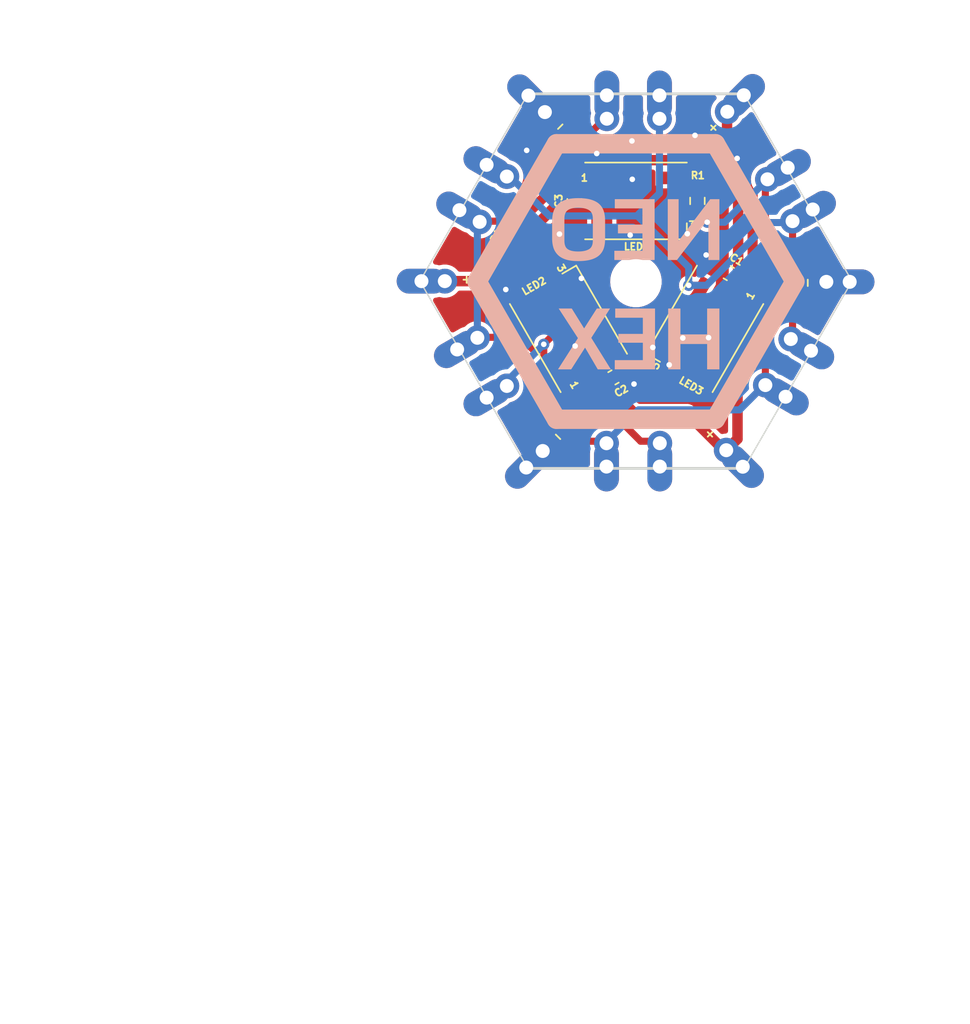
<source format=kicad_pcb>
(kicad_pcb (version 20221018) (generator pcbnew)
  (title_block (title "Ws2812 PCB") (date "2024-03-06") (rev "1") (company "Circuit2PCB") (comment 1 "Designed By Engr. Ahsan Mehmood Awan") (comment 2 "engrahsanmehmoodawan@gmail.com") (comment 3 "WahtsApp +923491540717") (comment 4 "https://www.fiverr.com/pcbdesign_engr"))
  (layers (0 "F.Cu" signal) (31 "B.Cu" signal) (34 "B.Paste" user) (35 "F.Paste" user) (36 "B.SilkS" user "B.Silkscreen") (37 "F.SilkS" user "F.Silkscreen") (38 "B.Mask" user) (39 "F.Mask" user) (44 "Edge.Cuts" user))
  (net 0 "")
  (net 1 "VCC")
  (net 2 "GND")
  (net 3 "DOUT")
  (net 4 "DIN")
  (net 5 "Net-(LED1-DOUT)")
  (net 6 "Net-(LED1-DIN)")
  (net 7 "Net-(LED2-DOUT)")
  (footprint "Ahsan Libs:1X01_CASTEL" (layer "F.Cu") (at 130.495 72.45 120)
    (fp_text reference "J11" hide)
    (fp_text value "Din" (at 0.760946 -1.667996 120) (layer "F.SilkS" knockout) (effects (font (size 0.6 0.6) (thickness 0.125)) (justify left)))
    (pad "1" thru_hole circle (at 0 0 210) (size 1.778 1.778) (drill 1) (layers "*.Cu" "*.Mask") (net 4 "DIN"))
    (pad "1" thru_hole oval (at 0 1.675 210) (size 3.556 1.778) (drill 1) (layers "*.Cu" "*.Mask") (net 4 "DIN"))
  )
  (footprint "Ahsan Libs:1X01_CASTEL" (layer "F.Cu") (at 118.945 91.368)
    (fp_text reference "J13" hide)
    (fp_text value "Din" (at -0.841785 -1.543) (layer "F.SilkS" knockout) (effects (font (size 0.6 0.6) (thickness 0.125)) (justify left)))
    (pad "1" thru_hole circle (at 0 0 90) (size 1.778 1.778) (drill 1) (layers "*.Cu" "*.Mask") (net 4 "DIN"))
    (pad "1" thru_hole oval (at 0 1.675 90) (size 3.556 1.778) (drill 1) (layers "*.Cu" "*.Mask") (net 4 "DIN"))
  )
  (footprint "Ahsan Libs:LED_WS2812B_PLCC4_5.0x5.0mm_P3.2mm" (layer "F.Cu") (at 121.059315 74)
    (fp_text reference "LED1" (at 0.060685 3.275) (layer "F.SilkS") (effects (font (size 0.5 0.5) (thickness 0.125))))
    (fp_text value "WS2812B")
    (fp_text user "1" (at -3.7 -1.65) (layer "F.SilkS") (effects (font (size 0.5 0.5) (thickness 0.125))))
    (fp_text user "3" (at 4.025 1.725) (layer "F.SilkS") (effects (font (size 0.5 0.5) (thickness 0.125))))
    (fp_line (start -3.65 -2.75) (end 3.65 -2.75) (stroke (width 0.12)) (layer "F.SilkS"))
    (fp_line (start -3.65 2.75) (end 3.65 2.75) (stroke (width 0.12)) (layer "F.SilkS"))
    (fp_line (start 3.65 2.75) (end 3.65 1.6) (stroke (width 0.12)) (layer "F.SilkS"))
    (pad "1" smd rect (at -2.45 -1.65) (size 1.5 0.9) (layers "F.Cu" "F.Paste" "F.Mask") (net 1 "VCC"))
    (pad "2" smd rect (at -2.45 1.65) (size 1.5 0.9) (layers "F.Cu" "F.Paste" "F.Mask") (net 5 "Net-(LED1-DOUT)"))
    (pad "3" smd rect (at 2.45 1.65) (size 1.5 0.9) (layers "F.Cu" "F.Paste" "F.Mask") (net 2 "GND"))
    (pad "4" smd rect (at 2.45 -1.65) (size 1.5 0.9) (layers "F.Cu" "F.Paste" "F.Mask") (net 6 "Net-(LED1-DIN)"))
  )
  (footprint "Ahsan Libs:1X01_CASTEL" (layer "F.Cu") (at 130.345 87.2 60)
    (fp_text reference "J12" hide)
    (fp_text value "Din" (at -0.75 -1.5 60) (layer "F.SilkS" knockout) (effects (font (size 0.6 0.6) (thickness 0.125)) (justify left)))
    (pad "1" thru_hole circle (at 0 0 150) (size 1.778 1.778) (drill 1) (layers "*.Cu" "*.Mask") (net 4 "DIN"))
    (pad "1" thru_hole oval (at 0 1.675 150) (size 3.556 1.778) (drill 1) (layers "*.Cu" "*.Mask") (net 4 "DIN"))
  )
  (footprint "Ahsan Libs:1X01_CASTEL" (layer "F.Cu") (at 107.345 79.75 -90)
    (fp_text reference "J4" hide)
    (fp_text value "+" (at 0.35 -1.525 -90) (layer "F.SilkS" knockout) (effects (font (size 0.6 0.6) (thickness 0.125)) (justify left)))
    (pad "1" thru_hole circle (at 0 0) (size 1.778 1.778) (drill 1) (layers "*.Cu" "*.Mask") (net 1 "VCC"))
    (pad "1" thru_hole oval (at 0 1.675) (size 3.556 1.778) (drill 1) (layers "*.Cu" "*.Mask") (net 1 "VCC"))
  )
  (footprint "Ahsan Libs:1X01_CASTEL" (layer "F.Cu") (at 114.37 91.925 -45)
    (fp_text reference "J2" hide)
    (fp_text value "-" (at 0.512652 -1.537957 135) (layer "F.SilkS" knockout) (effects (font (size 0.6 0.6) (thickness 0.125)) (justify right)))
    (pad "1" thru_hole circle (at 0 0 45) (size 1.778 1.778) (drill 1) (layers "*.Cu" "*.Mask") (net 2 "GND"))
    (pad "1" thru_hole oval (at 0 1.675 45) (size 3.556 1.778) (drill 1) (layers "*.Cu" "*.Mask") (net 2 "GND"))
  )
  (footprint "Ahsan Libs:1X01_CASTEL" (layer "F.Cu") (at 122.77 91.368)
    (fp_text reference "J16" hide)
    (fp_text value "Dout" (at -1.1 -1.543) (layer "F.SilkS" knockout) (effects (font (size 0.6 0.6) (thickness 0.125)) (justify left)))
    (pad "1" thru_hole circle (at 0 0 90) (size 1.778 1.778) (drill 1) (layers "*.Cu" "*.Mask") (net 3 "DOUT"))
    (pad "1" thru_hole oval (at 0 1.675 90) (size 3.556 1.778) (drill 1) (layers "*.Cu" "*.Mask") (net 3 "DOUT"))
  )
  (footprint "MountingHole:MountingHole_3.2mm_M3_DIN965" (layer "F.Cu") (at 121.059315 79.775)
    (fp_text reference "REF**" hide)
    (fp_text value "MountingHole_3.2mm_M3_DIN965" hide)
    (pad "" np_thru_hole circle locked (at 0 0) (size 3.2 3.2) (drill 3.2) (layers "*.Cu" "*.Mask"))
  )
  (footprint "Ahsan Libs:1X01_CASTEL" (layer "F.Cu") (at 122.745 68.107 180)
    (fp_text reference "J9" hide)
    (fp_text value "Dout" (at 1.025 -1.575 180) (layer "F.SilkS" knockout) (effects (font (size 0.6 0.6) (thickness 0.125)) (justify left)))
    (pad "1" thru_hole circle (at 0 0 270) (size 1.778 1.778) (drill 1) (layers "*.Cu" "*.Mask") (net 3 "DOUT"))
    (pad "1" thru_hole oval (at 0 1.675 270) (size 3.556 1.778) (drill 1) (layers "*.Cu" "*.Mask") (net 3 "DOUT"))
  )
  (footprint "Ahsan Libs:1X01_CASTEL" (layer "F.Cu") (at 111.795 72.25 -120)
    (fp_text reference "J18" hide)
    (fp_text value "Dout" (at -1.095753 -1.6479 60) (layer "F.SilkS" knockout) (effects (font (size 0.6 0.6) (thickness 0.125)) (justify right)))
    (pad "1" thru_hole circle (at 0 0 330) (size 1.778 1.778) (drill 1) (layers "*.Cu" "*.Mask") (net 3 "DOUT"))
    (pad "1" thru_hole oval (at 0 1.675 330) (size 3.556 1.778) (drill 1) (layers "*.Cu" "*.Mask") (net 3 "DOUT"))
  )
  (footprint "Ahsan Libs:1X01_CASTEL" (layer "F.Cu") (at 118.97 68.107 180)
    (fp_text reference "J10" hide)
    (fp_text value "Din" (at 0.825 -1.6 180) (layer "F.SilkS" knockout) (effects (font (size 0.6 0.6) (thickness 0.125)) (justify left)))
    (pad "1" thru_hole circle (at 0 0 270) (size 1.778 1.778) (drill 1) (layers "*.Cu" "*.Mask") (net 4 "DIN"))
    (pad "1" thru_hole oval (at 0 1.675 270) (size 3.556 1.778) (drill 1) (layers "*.Cu" "*.Mask") (net 4 "DIN"))
  )
  (footprint "Ahsan Libs:1X01_CASTEL" (layer "F.Cu") (at 127.613489 67.606511 135)
    (fp_text reference "J6" hide)
    (fp_text value "+" (at 0.35 -1.475 135) (layer "F.SilkS" knockout) (effects (font (size 0.6 0.6) (thickness 0.125)) (justify left)))
    (pad "1" thru_hole circle (at 0 0 225) (size 1.778 1.778) (drill 1) (layers "*.Cu" "*.Mask") (net 1 "VCC"))
    (pad "1" thru_hole oval (at 0 1.675 225) (size 3.556 1.778) (drill 1) (layers "*.Cu" "*.Mask") (net 1 "VCC"))
  )
  (footprint "Ahsan Libs:1X01_CASTEL" (layer "F.Cu") (at 111.795593 87.2625 -60)
    (fp_text reference "J8" hide)
    (fp_text value "Dout" (at 1.069383 -1.633572 120) (layer "F.SilkS" knockout) (effects (font (size 0.6 0.6) (thickness 0.125)) (justify right)))
    (pad "1" thru_hole circle (at 0 0 30) (size 1.778 1.778) (drill 1) (layers "*.Cu" "*.Mask") (net 3 "DOUT"))
    (pad "1" thru_hole oval (at 0 1.675 30) (size 3.556 1.778) (drill 1) (layers "*.Cu" "*.Mask") (net 3 "DOUT"))
  )
  (footprint "Ahsan Libs:C_0603_1608Metric" (layer "F.Cu") (at 127.72 79.175 150)
    (fp_text reference "C1" (at 0 1.125 150) (layer "F.SilkS") (effects (font (size 0.5 0.5))))
    (fp_text value "100nF")
    (fp_line (start -0.14058 -0.51) (end 0.14058 -0.51) (stroke (width 0.12)) (layer "F.SilkS"))
    (fp_line (start -0.14058 0.51) (end 0.14058 0.51) (stroke (width 0.12)) (layer "F.SilkS"))
    (pad "1" smd roundrect (at -0.775 0 330) (size 0.9 0.95) (layers "F.Cu" "F.Paste" "F.Mask") (net 1 "VCC"))
    (pad "2" smd roundrect (at 0.775 0 330) (size 0.9 0.95) (layers "F.Cu" "F.Paste" "F.Mask") (net 2 "GND"))
  )
  (footprint "Ahsan Libs:1X01_CASTEL" (layer "F.Cu") (at 114.526511 67.631511 -135)
    (fp_text reference "J3" hide)
    (fp_text value "-" (at -0.494975 -1.475716 45) (layer "F.SilkS" knockout) (effects (font (size 0.6 0.6) (thickness 0.125)) (justify right)))
    (pad "1" thru_hole circle (at 0 0 315) (size 1.778 1.778) (drill 1) (layers "*.Cu" "*.Mask") (net 2 "GND"))
    (pad "1" thru_hole oval (at 0 1.675 315) (size 3.556 1.778) (drill 1) (layers "*.Cu" "*.Mask") (net 2 "GND"))
  )
  (footprint "Ahsan Libs:1X01_CASTEL" (layer "F.Cu") (at 134.72 79.8 90)
    (fp_text reference "J1" hide)
    (fp_text value "-" (at -0.525 -1.375 90) (layer "F.SilkS" knockout) (effects (font (size 0.6 0.6) (thickness 0.125)) (justify left)))
    (pad "1" thru_hole circle (at 0 0 180) (size 1.778 1.778) (drill 1) (layers "*.Cu" "*.Mask") (net 2 "GND"))
    (pad "1" thru_hole oval (at 0 1.675 180) (size 3.556 1.778) (drill 1) (layers "*.Cu" "*.Mask") (net 2 "GND"))
  )
  (footprint "Ahsan Libs:1X01_CASTEL" (layer "F.Cu") (at 132.295 75.45 120)
    (fp_text reference "J7" hide)
    (fp_text value "Dout" (at 1.149103 -1.790304 120) (layer "F.SilkS" knockout) (effects (font (size 0.6 0.6) (thickness 0.125)) (justify left)))
    (pad "1" thru_hole circle (at 0 0 210) (size 1.778 1.778) (drill 1) (layers "*.Cu" "*.Mask") (net 3 "DOUT"))
    (pad "1" thru_hole oval (at 0 1.675 210) (size 3.556 1.778) (drill 1) (layers "*.Cu" "*.Mask") (net 3 "DOUT"))
  )
  (footprint "Ahsan Libs:LED_WS2812B_PLCC4_5.0x5.0mm_P3.2mm" (layer "F.Cu") (at 125.995 83.171762 -120)
    (fp_text reference "LED3" (at 4.019358 -1.194744 -30) (layer "F.SilkS") (effects (font (size 0.5 0.5))))
    (fp_text value "WS2812B")
    (fp_text user "1" (at -3.7 -1.65 -120) (layer "F.SilkS") (effects (font (size 0.5 0.5) (thickness 0.125))))
    (fp_text user "3" (at 4.025 1.725 -120) (layer "F.SilkS") (effects (font (size 0.5 0.5) (thickness 0.125))))
    (fp_line (start -3.65 -2.75) (end 3.65 -2.75) (stroke (width 0.12)) (layer "F.SilkS"))
    (fp_line (start -3.65 2.75) (end 3.65 2.75) (stroke (width 0.12)) (layer "F.SilkS"))
    (fp_line (start 3.65 2.75) (end 3.65 1.6) (stroke (width 0.12)) (layer "F.SilkS"))
    (pad "1" smd rect (at -2.45 -1.65 240) (size 1.5 0.9) (layers "F.Cu" "F.Paste" "F.Mask") (net 1 "VCC"))
    (pad "2" smd rect (at -2.45 1.65 240) (size 1.5 0.9) (layers "F.Cu" "F.Paste" "F.Mask") (net 3 "DOUT"))
    (pad "3" smd rect (at 2.45 1.65 240) (size 1.5 0.9) (layers "F.Cu" "F.Paste" "F.Mask") (net 2 "GND"))
    (pad "4" smd rect (at 2.45 -1.65 240) (size 1.5 0.9) (layers "F.Cu" "F.Paste" "F.Mask") (net 7 "Net-(LED2-DOUT)"))
  )
  (footprint "Ahsan Libs:R_0603_1608Metric" (layer "F.Cu") (at 125.47 74 -90)
    (fp_text reference "R1" (at -1.825 -0.025) (layer "F.SilkS") (effects (font (size 0.5 0.5))))
    (fp_text value "470")
    (fp_line (start -0.237258 -0.5225) (end 0.237258 -0.5225) (stroke (width 0.12)) (layer "F.SilkS"))
    (fp_line (start -0.237258 0.5225) (end 0.237258 0.5225) (stroke (width 0.12)) (layer "F.SilkS"))
    (pad "1" smd roundrect (at -0.825 0 90) (size 0.8 0.95) (layers "F.Cu" "F.Paste" "F.Mask") (net 6 "Net-(LED1-DIN)"))
    (pad "2" smd roundrect (at 0.825 0 90) (size 0.8 0.95) (layers "F.Cu" "F.Paste" "F.Mask") (net 4 "DIN"))
  )
  (footprint "Ahsan Libs:1X01_CASTEL" (layer "F.Cu") (at 109.845 75.5 -120)
    (fp_text reference "J14" hide)
    (fp_text value "Din" (at -0.723446 -1.603044 60) (layer "F.SilkS" knockout) (effects (font (size 0.6 0.6) (thickness 0.125)) (justify right)))
    (pad "1" thru_hole circle (at 0 0 330) (size 1.778 1.778) (drill 1) (layers "*.Cu" "*.Mask") (net 4 "DIN"))
    (pad "1" thru_hole oval (at 0 1.675 330) (size 3.556 1.778) (drill 1) (layers "*.Cu" "*.Mask") (net 4 "DIN"))
  )
  (footprint "Ahsan Libs:1X01_CASTEL" (layer "F.Cu") (at 127.538489 91.868489 45)
    (fp_text reference "J5" hide)
    (fp_text value "+" (at -0.477297 -1.670171 45) (layer "F.SilkS" knockout) (effects (font (size 0.6 0.6) (thickness 0.125)) (justify left)))
    (pad "1" thru_hole circle (at 0 0 135) (size 1.778 1.778) (drill 1) (layers "*.Cu" "*.Mask") (net 1 "VCC"))
    (pad "1" thru_hole oval (at 0 1.675 135) (size 3.556 1.778) (drill 1) (layers "*.Cu" "*.Mask") (net 1 "VCC"))
  )
  (footprint "Ahsan Libs:LED_WS2812B_PLCC4_5.0x5.0mm_P3.2mm" (layer "F.Cu") (at 116.216058 83.171762 120)
    (fp_text reference "LED2" (at 3.895753 -0.604118 210) (layer "F.SilkS") (effects (font (size 0.5 0.5))))
    (fp_text value "WS2812B")
    (fp_text user "3" (at 4.025 1.725 120) (layer "F.SilkS") (effects (font (size 0.5 0.5) (thickness 0.125))))
    (fp_text user "1" (at -3.7 -1.65 120) (layer "F.SilkS") (effects (font (size 0.5 0.5) (thickness 0.125))))
    (fp_line (start -3.65 -2.75) (end 3.65 -2.75) (stroke (width 0.12)) (layer "F.SilkS"))
    (fp_line (start -3.65 2.75) (end 3.65 2.75) (stroke (width 0.12)) (layer "F.SilkS"))
    (fp_line (start 3.65 2.75) (end 3.65 1.6) (stroke (width 0.12)) (layer "F.SilkS"))
    (pad "1" smd rect (at -2.45 -1.65 120) (size 1.5 0.9) (layers "F.Cu" "F.Paste" "F.Mask") (net 1 "VCC"))
    (pad "2" smd rect (at -2.45 1.65 120) (size 1.5 0.9) (layers "F.Cu" "F.Paste" "F.Mask") (net 7 "Net-(LED2-DOUT)"))
    (pad "3" smd rect (at 2.45 1.65 120) (size 1.5 0.9) (layers "F.Cu" "F.Paste" "F.Mask") (net 2 "GND"))
    (pad "4" smd rect (at 2.45 -1.65 120) (size 1.5 0.9) (layers "F.Cu" "F.Paste" "F.Mask") (net 5 "Net-(LED1-DOUT)"))
  )
  (footprint "Ahsan Libs:1X01_CASTEL" (layer "F.Cu") (at 109.680245 83.809 -60)
    (fp_text reference "J15" hide)
    (fp_text value "Din" (at 0.847131 -1.635275 120) (layer "F.SilkS" knockout) (effects (font (size 0.6 0.6) (thickness 0.125)) (justify right)))
    (pad "1" thru_hole circle (at 0 0 30) (size 1.778 1.778) (drill 1) (layers "*.Cu" "*.Mask") (net 4 "DIN"))
    (pad "1" thru_hole oval (at 0 1.675 30) (size 3.556 1.778) (drill 1) (layers "*.Cu" "*.Mask") (net 4 "DIN"))
  )
  (footprint "Ahsan Libs:C_0603_1608Metric" (layer "F.Cu") (at 116.645 74 -90)
    (fp_text reference "C3" (at 0 1.125 90) (layer "F.SilkS") (effects (font (size 0.5 0.5))))
    (fp_text value "100nF")
    (fp_line (start -0.14058 -0.51) (end 0.14058 -0.51) (stroke (width 0.12)) (layer "F.SilkS"))
    (fp_line (start -0.14058 0.51) (end 0.14058 0.51) (stroke (width 0.12)) (layer "F.SilkS"))
    (pad "1" smd roundrect (at -0.775 0 90) (size 0.9 0.95) (layers "F.Cu" "F.Paste" "F.Mask") (net 1 "VCC"))
    (pad "2" smd roundrect (at 0.775 0 90) (size 0.9 0.95) (layers "F.Cu" "F.Paste" "F.Mask") (net 2 "GND"))
  )
  (footprint "Ahsan Libs:C_0603_1608Metric" (layer "F.Cu") (at 119.445 86.65 30)
    (fp_text reference "C2" (at 0 1.125 30) (layer "F.SilkS") (effects (font (size 0.5 0.5))))
    (fp_text value "100nF")
    (fp_line (start -0.14058 -0.51) (end 0.14058 -0.51) (stroke (width 0.12)) (layer "F.SilkS"))
    (fp_line (start -0.14058 0.51) (end 0.14058 0.51) (stroke (width 0.12)) (layer "F.SilkS"))
    (pad "1" smd roundrect (at -0.775 0 210) (size 0.9 0.95) (layers "F.Cu" "F.Paste" "F.Mask") (net 1 "VCC"))
    (pad "2" smd roundrect (at 0.775 0 210) (size 0.9 0.95) (layers "F.Cu" "F.Paste" "F.Mask") (net 2 "GND"))
  )
  (footprint "Ahsan Libs:1X01_CASTEL" (layer "F.Cu") (at 132.17 83.9 60)
    (fp_text reference "J17" hide)
    (fp_text value "Dout" (at -1.089054 -1.536298 60) (layer "F.SilkS" knockout) (effects (font (size 0.6 0.6) (thickness 0.125)) (justify left)))
    (pad "1" thru_hole circle (at 0 0 150) (size 1.778 1.778) (drill 1) (layers "*.Cu" "*.Mask") (net 3 "DOUT"))
    (pad "1" thru_hole oval (at 0 1.675 150) (size 3.556 1.778) (drill 1) (layers "*.Cu" "*.Mask") (net 3 "DOUT"))
  )
  (gr_line (start 132.461241 79.775002) (end 126.760271 89.64935) (stroke (width 1.389062)) (layer "B.SilkS"))
  (gr_line (start 109.657389 79.775002) (end 115.358301 69.900651) (stroke (width 1.389062)) (layer "B.SilkS"))
  (gr_poly (pts (xy 126.165583 83.567242) (xy 124.250592 83.567242) (xy 124.250592 81.711355) (xy 123.369927 81.711355) (xy 123.369927 86.073308) (xy 124.250592 86.073308) (xy 124.250592 84.25582) (xy 126.165583 84.25582) (xy 126.165583 86.073308) (xy 127.046249 86.073308) (xy 127.046249 81.711355) (xy 126.165583 81.711355)) (fill solid) (layer "B.SilkS"))
  (gr_poly (pts (xy 124.120556 76.863794) (xy 124.120556 73.873083) (xy 123.340349 73.873083) (xy 123.340349 78.235027) (xy 123.99939 78.235027) (xy 126.257202 75.288646) (xy 126.257202 78.235027) (xy 127.046249 78.235027) (xy 127.046249 73.873083) (xy 126.387228 73.873083)) (fill solid) (layer "B.SilkS"))
  (gr_poly (pts (xy 116.77438 73.801236) (xy 116.642683 73.807331) (xy 116.51727 73.817489) (xy 116.398138 73.83171) (xy 116.285284 73.849995) (xy 116.178707 73.872343) (xy 116.127771 73.885041) (xy 116.078403 73.898755) (xy 116.030603 73.913485) (xy 115.984371 73.929231) (xy 115.939204 73.945866) (xy 115.895307 73.963263) (xy 115.85268 73.981422) (xy 115.811322 74.000343) (xy 115.771234 74.020025) (xy 115.732415 74.04047) (xy 115.694866 74.061677) (xy 115.658587 74.083645) (xy 115.623577 74.106375) (xy 115.589837 74.129867) (xy 115.557367 74.154121) (xy 115.526166 74.179137) (xy 115.496235 74.204914) (xy 115.467574 74.231453) (xy 115.440183 74.258753) (xy 115.414061 74.286815) (xy 115.388698 74.315167) (xy 115.364329 74.344073) (xy 115.340953 74.373533) (xy 115.318569 74.403547) (xy 115.297179 74.434115) (xy 115.276781 74.465237) (xy 115.257377 74.496914) (xy 115.238965 74.529145) (xy 115.221547 74.56193) (xy 115.205121 74.595269) (xy 115.189688 74.629162) (xy 115.175248 74.663609) (xy 115.161802 74.69861) (xy 115.149348 74.734166) (xy 115.137887 74.770276) (xy 115.127419 74.80694) (xy 115.108025 74.881376) (xy 115.091216 74.95692) (xy 115.076994 75.033572) (xy 115.065358 75.111332) (xy 115.056307 75.1902) (xy 115.049843 75.270177) (xy 115.045964 75.351262) (xy 115.044671 75.433456) (xy 115.044671 76.707167) (xy 115.045964 76.78719) (xy 115.049843 76.866196) (xy 115.056307 76.944186) (xy 115.065358 77.02116) (xy 115.076994 77.097118) (xy 115.091216 77.172061) (xy 115.108025 77.245988) (xy 115.127419 77.318901) (xy 115.138247 77.35449) (xy 115.150046 77.389595) (xy 115.162813 77.424216) (xy 115.176551 77.458351) (xy 115.191258 77.492001) (xy 115.206935 77.525167) (xy 115.223582 77.557847) (xy 115.241198 77.590043) (xy 115.259784 77.621754) (xy 115.279339 77.65298) (xy 115.299865 77.683722) (xy 115.32136 77.713978) (xy 115.343825 77.74375) (xy 115.367259 77.773036) (xy 115.391663 77.801838) (xy 115.417037 77.830155) (xy 115.443148 77.857861) (xy 115.470504 77.884827) (xy 115.499108 77.911055) (xy 115.528957 77.936544) (xy 115.560053 77.961295) (xy 115.592395 77.985307) (xy 115.625984 78.00858) (xy 115.660819 78.031115) (xy 115.6969 78.052911) (xy 115.734228 78.073968) (xy 115.772803 78.094286) (xy 115.812623 78.113865) (xy 115.853691 78.132705) (xy 115.896004 78.150806) (xy 115.939564 78.168169) (xy 115.984371 78.184792) (xy 116.030603 78.200179) (xy 116.078403 78.214574) (xy 116.127771 78.227976) (xy 116.178707 78.240385) (xy 116.231211 78.251802) (xy 116.285284 78.262225) (xy 116.340926 78.271656) (xy 116.398138 78.280094) (xy 116.456919 78.28754) (xy 116.51727 78.293993) (xy 116.579191 78.299453) (xy 116.642683 78.30392) (xy 116.77438 78.309876) (xy 116.912363 78.311862) (xy 117.056094 78.309969) (xy 117.193275 78.30429) (xy 117.323905 78.294824) (xy 117.447983 78.281573) (xy 117.565509 78.264534) (xy 117.67648 78.243709) (xy 117.780895 78.219096) (xy 117.878755 78.190696) (xy 117.925369 78.175193) (xy 117.97067 78.158974) (xy 118.014656 78.14204) (xy 118.057328 78.124389) (xy 118.098686 78.106023) (xy 118.138729 78.086941) (xy 118.177457 78.067144) (xy 118.21487 78.04663) (xy 118.250969 78.025401) (xy 118.285752 78.003456) (xy 118.319219 77.980796) (xy 118.351372 77.957419) (xy 118.382209 77.933327) (xy 118.41173 77.908519) (xy 118.439935 77.882995) (xy 118.466824 77.856755) (xy 118.49257 77.829881) (xy 118.517346 77.802452) (xy 118.541153 77.774469) (xy 118.563989 77.745932) (xy 118.585855 77.716841) (xy 118.60675 77.687196) (xy 118.626675 77.656997) (xy 118.645629 77.626244) (xy 118.663612 77.594937) (xy 118.680624 77.563076) (xy 118.696665 77.53066) (xy 118.711735 77.497691) (xy 118.725833 77.464168) (xy 118.738959 77.430091) (xy 118.751114 77.39546) (xy 118.762297 77.360275) (xy 118.781691 77.288747) (xy 118.7985 77.216019) (xy 118.812722 77.142091) (xy 118.824358 77.066963) (xy 118.833409 76.990634) (xy 118.839873 76.913105) (xy 118.842885 76.851967) (xy 117.964381 76.851967) (xy 117.963284 76.906998) (xy 117.959995 76.95979) (xy 117.954513 77.010342) (xy 117.946837 77.058654) (xy 117.936969 77.104727) (xy 117.924908 77.14856) (xy 117.910655 77.190153) (xy 117.894208 77.229507) (xy 117.875568 77.266621) (xy 117.854736 77.301495) (xy 117.83171 77.33413) (xy 117.806492 77.364525) (xy 117.779081 77.392681) (xy 117.749477 77.418597) (xy 117.71768 77.442273) (xy 117.68369 77.46371) (xy 117.647767 77.483033) (xy 117.610206 77.501111) (xy 117.571008 77.517941) (xy 117.530173 77.533525) (xy 117.487699 77.547863) (xy 117.443588 77.560954) (xy 117.397839 77.572798) (xy 117.350452 77.583396) (xy 117.301426 77.592747) (xy 117.250762 77.600851) (xy 117.198459 77.607708) (xy 117.144518 77.613319) (xy 117.088938 77.617683) (xy 117.031719 77.6208) (xy 116.97286 77.622671) (xy 116.912363 77.623294) (xy 116.851283 77.622659) (xy 116.792165 77.620754) (xy 116.735011 77.617579) (xy 116.679819 77.613135) (xy 116.62659 77.60742) (xy 116.575323 77.600436) (xy 116.526019 77.592182) (xy 116.478678 77.582657) (xy 116.4333 77.571864) (xy 116.389884 77.5598) (xy 116.34843 77.546466) (xy 116.30894 77.531863) (xy 116.271412 77.51599) (xy 116.235846 77.498847) (xy 116.202244 77.480435) (xy 116.170604 77.460753) (xy 116.155514 77.450318) (xy 116.140903 77.439328) (xy 116.126772 77.427784) (xy 116.113119 77.415686) (xy 116.099946 77.403034) (xy 116.087251 77.389828) (xy 116.075035 77.376067) (xy 116.063299 77.361753) (xy 116.052042 77.346884) (xy 116.041263 77.331462) (xy 116.030964 77.315485) (xy 116.021144 77.298954) (xy 116.011802 77.281868) (xy 116.00294 77.264229) (xy 115.994557 77.246036) (xy 115.986653 77.227288) (xy 115.979228 77.207986) (xy 115.972281 77.18813) (xy 115.959826 77.146756) (xy 115.949287 77.103166) (xy 115.940665 77.057359) (xy 115.933958 77.009336) (xy 115.929168 76.959096) (xy 115.926293 76.90664) (xy 115.925335 76.851967) (xy 115.925335 75.270916) (xy 115.926305 75.216924) (xy 115.929214 75.165034) (xy 115.934063 75.115245) (xy 115.940851 75.067557) (xy 115.949578 75.02197) (xy 115.960245 74.978485) (xy 115.972851 74.9371) (xy 115.987397 74.897817) (xy 116.003882 74.860634) (xy 116.022306 74.825553) (xy 116.04267 74.792572) (xy 116.064973 74.761692) (xy 116.089216 74.732914) (xy 116.115398 74.706236) (xy 116.14352 74.681659) (xy 116.173581 74.659183) (xy 116.205209 74.638427) (xy 116.238777 74.61901) (xy 116.274284 74.600932) (xy 116.311731 74.584193) (xy 116.351117 74.568792) (xy 116.392442 74.554731) (xy 116.435707 74.542009) (xy 116.480911 74.530627) (xy 116.528055 74.520583) (xy 116.577138 74.511878) (xy 116.62816 74.504513) (xy 116.681122 74.498486) (xy 116.736023 74.493799) (xy 116.792863 74.490451) (xy 116.851643 74.488442) (xy 116.912363 74.487773) (xy 116.972512 74.488431) (xy 117.031071 74.490405) (xy 117.088039 74.493695) (xy 117.143415 74.498301) (xy 117.1972 74.504223) (xy 117.249392 74.511461) (xy 117.299993 74.520015) (xy 117.349 74.529885) (xy 117.396415 74.541071) (xy 117.442236 74.553574) (xy 117.486464 74.567392) (xy 117.529098 74.582527) (xy 117.570138 74.598977) (xy 117.609583 74.616744) (xy 117.647434 74.635827) (xy 117.68369 74.656226) (xy 117.700959 74.666847) (xy 117.71768 74.678022) (xy 117.733852 74.68975) (xy 117.749477 74.702033) (xy 117.764553 74.71487) (xy 117.779081 74.728261) (xy 117.793061 74.742207) (xy 117.806492 74.756706) (xy 117.819375 74.771759) (xy 117.83171 74.787367) (xy 117.843497 74.803528) (xy 117.854736 74.820244) (xy 117.865426 74.837514) (xy 117.875568 74.855337) (xy 117.885162 74.873715) (xy 117.894208 74.892647) (xy 117.902705 74.912133) (xy 117.910655 74.932174) (xy 117.918056 74.952768) (xy 117.924908 74.973916) (xy 117.931213 74.995619) (xy 117.936969 75.017875) (xy 117.942178 75.040686) (xy 117.946837 75.064051) (xy 117.954513 75.112442) (xy 117.959995 75.163051) (xy 117.963284 75.215875) (xy 117.964381 75.270916) (xy 117.964381 76.851967) (xy 118.842885 76.851967) (xy 118.843752 76.834375) (xy 118.845045 76.754445) (xy 118.845045 75.389126) (xy 118.843752 75.30707) (xy 118.839873 75.2264) (xy 118.833409 75.147117) (xy 118.824358 75.069218) (xy 118.812722 74.992705) (xy 118.7985 74.917578) (xy 118.781691 74.843836) (xy 118.762297 74.771479) (xy 118.751457 74.735554) (xy 118.739624 74.700183) (xy 118.726799 74.665366) (xy 118.712981 74.631104) (xy 118.69817 74.597396) (xy 118.682368 74.564242) (xy 118.665573 74.531643) (xy 118.647786 74.499597) (xy 118.629008 74.468106) (xy 118.609238 74.437169) (xy 118.588476 74.406786) (xy 118.566723 74.376957) (xy 118.543979 74.347682) (xy 118.520244 74.318961) (xy 118.495518 74.290794) (xy 118.4698 74.263181) (xy 118.442911 74.236225) (xy 118.414706 74.21003) (xy 118.385185 74.184598) (xy 118.354347 74.159928) (xy 118.322193 74.13602) (xy 118.288723 74.112874) (xy 118.253937 74.09049) (xy 118.217835 74.068869) (xy 118.180416 74.048009) (xy 118.141681 74.027912) (xy 118.101631 74.008576) (xy 118.060263 73.990003) (xy 118.01758 73.972191) (xy 117.97358 73.955141) (xy 117.928265 73.938853) (xy 117.881633 73.923327) (xy 117.833529 73.908297) (xy 117.78376 73.894236) (xy 117.732327 73.881145) (xy 117.679229 73.869024) (xy 117.624468 73.857872) (xy 117.568043 73.84769) (xy 117.509955 73.838478) (xy 117.450204 73.830235) (xy 117.325714 73.81666) (xy 117.194576 73.806962) (xy 117.056791 73.801144) (xy 116.912363 73.799205)) (fill solid) (layer "B.SilkS"))
  (gr_line (start 126.760271 89.64935) (end 115.358301 89.64935) (stroke (width 1.389062)) (layer "B.SilkS"))
  (gr_line (start 115.358301 69.900651) (end 126.760281 69.900652) (stroke (width 1.389062)) (layer "B.SilkS"))
  (gr_line (start 115.358301 89.64935) (end 109.657389 79.775002) (stroke (width 1.389062)) (layer "B.SilkS"))
  (gr_line (start 126.760281 69.900652) (end 132.461241 79.775002) (stroke (width 1.389062)) (layer "B.SilkS"))
  (gr_poly (pts (xy 117.340889 83.135837) (xy 116.454271 81.711355) (xy 115.514471 81.711355) (xy 116.894603 83.833247) (xy 115.464266 86.073308) (xy 116.412897 86.073308) (xy 117.408853 84.51587) (xy 118.319087 86.073308) (xy 119.258788 86.073308) (xy 117.855041 83.815486) (xy 119.199752 81.711355) (xy 118.251122 81.711355)) (fill solid) (layer "B.SilkS"))
  (gr_poly (pts (xy 119.541264 74.535061) (xy 121.524249 74.535061) (xy 121.524249 75.693519) (xy 119.765795 75.693519) (xy 119.765795 76.325939) (xy 121.524249 76.325939) (xy 121.524249 77.57305) (xy 119.508719 77.57305) (xy 119.508719 78.235027) (xy 122.398962 78.235027) (xy 122.398962 73.873083) (xy 119.541264 73.873083)) (fill solid) (layer "B.SilkS"))
  (gr_poly (pts (xy 119.570831 82.373341) (xy 121.553718 82.373341) (xy 121.553718 83.531819) (xy 119.795362 83.531819) (xy 119.795362 84.16424) (xy 121.553718 84.16424) (xy 121.553718 85.41132) (xy 119.538287 85.41132) (xy 119.538287 86.073308) (xy 122.428529 86.073308) (xy 122.428529 81.711355) (xy 119.570831 81.711355)) (fill solid) (layer "B.SilkS"))
  (gr_line (start 128.809315 66.324138) (end 113.309315 66.324138) (stroke (width 0.2)) (layer "Edge.Cuts"))
  (gr_line (start 136.559315 79.747538) (end 128.809315 93.170938) (stroke (width 0.1)) (layer "Edge.Cuts"))
  (gr_line (start 113.309315 66.324138) (end 105.559315 79.747538) (stroke (width 0.1)) (layer "Edge.Cuts"))
  (gr_line (start 113.309315 93.170938) (end 105.559315 79.747538) (stroke (width 0.1)) (layer "Edge.Cuts"))
  (gr_line (start 128.809315 93.170938) (end 113.309315 93.170938) (stroke (width 0.2)) (layer "Edge.Cuts"))
  (gr_line (start 128.809315 66.324138) (end 136.559315 79.747538) (stroke (width 0.1)) (layer "Edge.Cuts"))
  (segment (start 128.648942 81.875) (end 128.648942 79.820272) (width 0.75) (layer "F.Cu") (net 1))
  (segment (start 118.77383 87.0375) (end 116.931092 87.0375) (width 0.75) (layer "F.Cu") (net 1))
  (segment (start 126.295 71.875) (end 126.295 71.075) (width 0.75) (layer "F.Cu") (net 1))
  (segment (start 128.345 82.178942) (end 128.648942 81.875) (width 0.75) (layer "F.Cu") (net 1))
  (segment (start 127.363489 91.868489) (end 127.538489 91.868489) (width 0.75) (layer "F.Cu") (net 1))
  (segment (start 120.96133 89.225) (end 124.72 89.225) (width 0.75) (layer "F.Cu") (net 1))
  (segment (start 109.895 79.75) (end 116.42 73.225) (width 0.75) (layer "F.Cu") (net 1))
  (segment (start 118.609315 72.35) (end 119.884315 71.075) (width 0.75) (layer "F.Cu") (net 1))
  (segment (start 128.39117 79.5625) (end 128.39117 73.97117) (width 0.75) (layer "F.Cu") (net 1))
  (segment (start 107.345 79.75) (end 109.895 79.75) (width 0.75) (layer "F.Cu") (net 1))
  (segment (start 128.648942 79.820272) (end 128.39117 79.5625) (width 0.75) (layer "F.Cu") (net 1))
  (segment (start 126.295 71.075) (end 127.595 69.775) (width 0.75) (layer "F.Cu") (net 1))
  (segment (start 116.931092 87.0375) (end 116.012116 86.118524) (width 0.75) (layer "F.Cu") (net 1))
  (segment (start 124.72 89.225) (end 127.363489 91.868489) (width 0.75) (layer "F.Cu") (net 1))
  (segment (start 128.345 91.061978) (end 128.345 82.178942) (width 0.75) (layer "F.Cu") (net 1))
  (segment (start 118.609315 72.35) (end 117.52 72.35) (width 0.75) (layer "F.Cu") (net 1))
  (segment (start 119.884315 71.075) (end 126.295 71.075) (width 0.75) (layer "F.Cu") (net 1))
  (segment (start 116.42 73.225) (end 116.645 73.225) (width 0.75) (layer "F.Cu") (net 1))
  (segment (start 127.595 69.775) (end 127.595 68.275) (width 0.75) (layer "F.Cu") (net 1))
  (segment (start 117.52 72.35) (end 116.645 73.225) (width 0.75) (layer "F.Cu") (net 1))
  (segment (start 128.39117 73.97117) (end 126.295 71.875) (width 0.75) (layer "F.Cu") (net 1))
  (segment (start 118.77383 87.0375) (end 120.96133 89.225) (width 0.75) (layer "F.Cu") (net 1))
  (segment (start 127.538489 91.868489) (end 128.345 91.061978) (width 0.75) (layer "F.Cu") (net 1))
  (segment (start 123.509315 75.65) (end 121.445 75.65) (width 0.508) (layer "F.Cu") (net 2))
  (segment (start 127.04883 78.7875) (end 126.13633 77.875) (width 0.508) (layer "F.Cu") (net 2))
  (segment (start 122.509315 75.65) (end 120.795 73.935685) (width 0.508) (layer "F.Cu") (net 2))
  (segment (start 127.04883 81.44617) (end 126.27 82.225) (width 0.508) (layer "F.Cu") (net 2))
  (segment (start 116.42 80.225) (end 117.095 79.55) (width 0.508) (layer "F.Cu") (net 2))
  (segment (start 117.095 79.55) (end 117.145 79.55) (width 0.508) (layer "F.Cu") (net 2))
  (segment (start 121.145 70.075) (end 120.77 69.7) (width 0.508) (layer "F.Cu") (net 2))
  (segment (start 123.341058 84.468524) (end 122.301476 84.468524) (width 0.508) (layer "F.Cu") (net 2))
  (segment (start 127.04883 78.7875) (end 127.04883 81.44617) (width 0.508) (layer "F.Cu") (net 2))
  (segment (start 121.445 75.65) (end 120.645 76.45) (width 0.508) (layer "F.Cu") (net 2))
  (segment (start 120.795 73.935685) (end 117.484315 73.935685) (width 0.508) (layer "F.Cu") (net 2))
  (segment (start 124.745 76.35) (end 124.045 75.65) (width 0.508) (layer "F.Cu") (net 2))
  (segment (start 125.295 69.3) (end 124.52 70.075) (width 0.508) (layer "F.Cu") (net 2))
  (segment (start 123.776476 84.468524) (end 123.341058 84.468524) (width 0.508) (layer "F.Cu") (net 2))
  (segment (start 122.301476 84.468524) (end 122.27 84.5) (width 0.508) (layer "F.Cu") (net 2))
  (segment (start 116.645 74.775) (end 116.645 75.3) (width 0.508) (layer "F.Cu") (net 2))
  (segment (start 124.045 75.65) (end 122.509315 75.65) (width 0.508) (layer "F.Cu") (net 2))
  (segment (start 120.795 72.45) (end 120.795 73.935685) (width 0.508) (layer "F.Cu") (net 2))
  (segment (start 117.484315 73.935685) (end 116.645 74.775) (width 0.508) (layer "F.Cu") (net 2))
  (segment (start 116.645 75.3) (end 115.57 76.375) (width 0.508) (layer "F.Cu") (net 2))
  (segment (start 123.445 85.75) (end 123.445 84.572466) (width 0.508) (layer "F.Cu") (net 2))
  (segment (start 124.52 70.075) (end 121.145 70.075) (width 0.508) (layer "F.Cu") (net 2))
  (segment (start 124.42 83.825) (end 123.776476 84.468524) (width 0.508) (layer "F.Cu") (net 2))
  (segment (start 126.27 82.225) (end 126.27 83.8) (width 0.508) (layer "F.Cu") (net 2))
  (segment (start 123.445 84.572466) (end 123.341058 84.468524) (width 0.508) (layer "F.Cu") (net 2))
  (segment (start 120.11617 86.2625) (end 120.92 87.06633) (width 0.508) (layer "F.Cu") (net 2))
  (segment (start 120.92 87.06633) (end 120.92 87.125) (width 0.508) (layer "F.Cu") (net 2))
  (segment (start 126.13633 77.875) (end 126.095 77.875) (width 0.508) (layer "F.Cu") (net 2))
  (via (at 120.795 72.45) (size 0.8) (drill 0.4) (layers "F.Cu" "B.Cu") (net 2))
  (via (at 115.57 76.375) (size 0.8) (drill 0.4) (layers "F.Cu" "B.Cu") (net 2))
  (via (at 126.27 83.8) (size 0.8) (drill 0.4) (layers "F.Cu" "B.Cu") (net 2))
  (via (at 124.745 76.35) (size 0.8) (drill 0.4) (layers "F.Cu" "B.Cu") (net 2))
  (via (at 125.295 69.3) (size 0.8) (drill 0.4) (layers "F.Cu" "B.Cu") (net 2))
  (via (at 120.92 87.125) (size 0.8) (drill 0.4) (layers "F.Cu" "B.Cu") (net 2))
  (via (at 124.42 83.825) (size 0.8) (drill 0.4) (layers "F.Cu" "B.Cu") (net 2))
  (via (at 123.445 85.75) (size 0.8) (drill 0.4) (layers "F.Cu" "B.Cu") (net 2))
  (via (at 120.77 69.7) (size 0.8) (drill 0.4) (layers "F.Cu" "B.Cu") (net 2))
  (via (at 117.145 79.55) (size 0.8) (drill 0.4) (layers "F.Cu" "B.Cu") (net 2))
  (via (at 126.095 77.875) (size 0.8) (drill 0.4) (layers "F.Cu" "B.Cu") (net 2))
  (via (at 116.695 84.4) (size 0.8) (drill 0.4) (layers "F.Cu" "B.Cu") (net 2))
  (via (at 120.645 76.45) (size 0.8) (drill 0.4) (layers "F.Cu" "B.Cu") (net 2))
  (via (at 111.72 80.35) (size 0.8) (drill 0.4) (layers "F.Cu" "B.Cu") (net 2))
  (via (at 128.32 70.95) (size 0.8) (drill 0.4) (layers "F.Cu" "B.Cu") (net 2))
  (via (at 122.27 84.5) (size 0.8) (drill 0.4) (layers "F.Cu" "B.Cu") (net 2))
  (via (at 113.22 70.375) (size 0.8) (drill 0.4) (layers "F.Cu" "B.Cu") (net 2))
  (via (at 118.245 70.6) (size 0.8) (drill 0.4) (layers "F.Cu" "B.Cu") (net 2))
  (segment (start 114.526511 70.481511) (end 114.526511 67.631511) (width 0.508) (layer "B.Cu") (net 2))
  (segment (start 125.745 83.275) (end 126.27 83.8) (width 0.508) (layer "B.Cu") (net 2))
  (segment (start 117.145 79.55) (end 115.52 79.55) (width 0.508) (layer "B.Cu") (net 2))
  (segment (start 117.37 88.025) (end 117.37 88.925) (width 0.508) (layer "B.Cu") (net 2))
  (segment (start 118.245 72.45) (end 116.495 72.45) (width 0.508) (layer "B.Cu") (net 2))
  (segment (start 112.52 79.55) (end 111.72 80.35) (width 0.508) (layer "B.Cu") (net 2))
  (segment (start 126.095 77.875) (end 126.095 77.7) (width 0.508) (layer "B.Cu") (net 2))
  (segment (start 114.526511 70.481511) (end 113.326511 70.481511) (width 0.508) (layer "B.Cu") (net 2))
  (segment (start 120.92 87.125) (end 118.27 87.125) (width 0.508) (layer "B.Cu") (net 2))
  (segment (start 113.326511 70.481511) (end 113.22 70.375) (width 0.508) (layer "B.Cu") (net 2))
  (segment (start 120.795 72.45) (end 118.245 72.45) (width 0.508) (layer "B.Cu") (net 2))
  (segment (start 114.526511 67.631511) (end 114.526511 68.231511) (width 0.508) (layer "B.Cu") (net 2))
  (segment (start 130.27 79.8) (end 134.72 79.8) (width 0.508) (layer "B.Cu") (net 2))
  (segment (start 115.57 76.375) (end 115.57 79.5) (width 0.508) (layer "B.Cu") (net 2))
  (segment (start 116.695 84.4) (end 116.695 80) (width 0.508) (layer "B.Cu") (net 2))
  (segment (start 126.27 83.8) (end 130.27 79.8) (width 0.508) (layer "B.Cu") (net 2))
  (segment (start 114.526511 68.231511) (end 114.57 68.275) (width 0.508) (layer "B.Cu") (net 2))
  (segment (start 120.77 69.7) (end 120.795 69.725) (width 0.508) (layer "B.Cu") (net 2))
  (segment (start 118.27 85.975) (end 116.695 84.4) (width 0.508) (layer "B.Cu") (net 2))
  (segment (start 122.07 87.125) (end 123.445 85.75) (width 0.508) (layer "B.Cu") (net 2))
  (segment (start 117.37 88.925) (end 114.37 91.925) (width 0.508) (layer "B.Cu") (net 2))
  (segment (start 124.42 83.825) (end 124.97 83.275) (width 0.508) (layer "B.Cu") (net 2))
  (segment (start 115.57 79.5) (end 115.52 79.55) (width 0.508) (layer "B.Cu") (net 2))
  (segment (start 126.945 70.95) (end 128.32 70.95) (width 0.508) (layer "B.Cu") (net 2))
  (segment (start 126.095 77.7) (end 124.745 76.35) (width 0.508) (layer "B.Cu") (net 2))
  (segment (start 116.495 72.45) (end 114.526511 70.481511) (width 0.508) (layer "B.Cu") (net 2))
  (segment (start 118.27 87.125) (end 118.27 85.975) (width 0.508) (layer "B.Cu") (net 2))
  (segment (start 115.52 79.55) (end 112.52 79.55) (width 0.508) (layer "B.Cu") (net 2))
  (segment (start 116.695 80) (end 117.145 79.55) (width 0.508) (layer "B.Cu") (net 2))
  (segment (start 120.92 87.125) (end 122.07 87.125) (width 0.508) (layer "B.Cu") (net 2))
  (segment (start 118.245 72.45) (end 118.245 70.6) (width 0.508) (layer "B.Cu") (net 2))
  (segment (start 124.97 83.275) (end 125.745 83.275) (width 0.508) (layer "B.Cu") (net 2))
  (segment (start 118.27 87.125) (end 117.37 88.025) (width 0.508) (layer "B.Cu") (net 2))
  (segment (start 120.795 69.725) (end 120.795 72.45) (width 0.508) (layer "B.Cu") (net 2))
  (segment (start 125.295 69.3) (end 126.945 70.95) (width 0.508) (layer "B.Cu") (net 2))
  (segment (start 125.616058 80.05) (end 125.791058 80.225) (width 0.508) (layer "F.Cu") (net 3))
  (segment (start 114.445 84.275) (end 116.37 82.35) (width 0.508) (layer "F.Cu") (net 3))
  (segment (start 120.045 82.9) (end 122.395 82.9) (width 0.508) (layer "F.Cu") (net 3))
  (segment (start 121.395 91.225) (end 119.545 89.375) (width 0.508) (layer "F.Cu") (net 3))
  (segment (start 132.295 83.775) (end 132.295 75.707) (width 0.508) (layer "F.Cu") (net 3))
  (segment (start 119.495 82.35) (end 120.045 82.9) (width 0.508) (layer "F.Cu") (net 3))
  (segment (start 119.545 89.375) (end 116.62 89.375) (width 0.508) (layer "F.Cu") (net 3))
  (segment (start 124.845 80.05) (end 125.616058 80.05) (width 0.508) (layer "F.Cu") (net 3))
  (segment (start 114.445 87.2) (end 114.445 84.275) (width 0.508) (layer "F.Cu") (net 3))
  (segment (start 116.37 82.35) (end 119.495 82.35) (width 0.508) (layer "F.Cu") (net 3))
  (segment (start 124.291058 81.725) (end 125.791058 80.225) (width 0.508) (layer "F.Cu") (net 3))
  (segment (start 116.62 89.375) (end 114.445 87.2) (width 0.508) (layer "F.Cu") (net 3))
  (segment (start 122.77 91.225) (end 121.395 91.225) (width 0.508) (layer "F.Cu") (net 3))
  (segment (start 122.395 82.9) (end 123.57 81.725) (width 0.508) (layer "F.Cu") (net 3))
  (segment (start 123.57 81.725) (end 124.291058 81.725) (width 0.508) (layer "F.Cu") (net 3))
  (segment (start 132.17 83.9) (end 132.295 83.775) (width 0.508) (layer "F.Cu") (net 3))
  (via (at 124.845 80.05) (size 0.8) (drill 0.4) (layers "F.Cu" "B.Cu") (net 3))
  (via (at 114.445 84.275) (size 0.8) (drill 0.4) (layers "F.Cu" "B.Cu") (net 3))
  (segment (start 111.645 87.125) (end 111.645 87.075) (width 0.508) (layer "B.Cu") (net 3))
  (segment (start 124.845 80.05) (end 126.12 80.05) (width 0.508) (layer "B.Cu") (net 3))
  (segment (start 111.645 87.075) (end 114.445 84.275) (width 0.508) (layer "B.Cu") (net 3))
  (segment (start 122.745 73.45) (end 121.12 75.075) (width 0.508) (layer "B.Cu") (net 3))
  (segment (start 121.17 75.075) (end 121.12 75.075) (width 0.508) (layer "B.Cu") (net 3))
  (segment (start 114.845 75.075) (end 111.87 72.1) (width 0.508) (layer "B.Cu") (net 3))
  (segment (start 130.62 75.55) (end 132.138 75.55) (width 0.508) (layer "B.Cu") (net 3))
  (segment (start 124.845 78.75) (end 121.17 75.075) (width 0.508) (layer "B.Cu") (net 3))
  (segment (start 126.12 80.05) (end 130.62 75.55) (width 0.508) (layer "B.Cu") (net 3))
  (segment (start 121.12 75.075) (end 114.845 75.075) (width 0.508) (layer "B.Cu") (net 3))
  (segment (start 124.845 80.05) (end 124.845 78.75) (width 0.508) (layer "B.Cu") (net 3))
  (segment (start 122.745 68.275) (end 122.745 73.45) (width 0.508) (layer "B.Cu") (net 3))
  (segment (start 117.095 91.225) (end 113.395 87.525) (width 0.508) (layer "F.Cu") (net 4))
  (segment (start 113.395 87.525) (end 113.395 85.525) (width 0.508) (layer "F.Cu") (net 4))
  (segment (start 118.645 68.275) (end 118.945 68.275) (width 0.508) (layer "F.Cu") (net 4))
  (segment (start 130.345 87.125) (end 130.345 72.257) (width 0.508) (layer "F.Cu") (net 4))
  (segment (start 111.645 83.775) (end 109.845 83.775) (width 0.508) (layer "F.Cu") (net 4))
  (segment (start 126.17 75.525) (end 125.47 74.825) (width 0.508) (layer "F.Cu") (net 4))
  (segment (start 113.395 85.525) (end 111.645 83.775) (width 0.508) (layer "F.Cu") (net 4))
  (segment (start 130.345 72.257) (end 130.238 72.15) (width 0.508) (layer "F.Cu") (net 4))
  (segment (start 109.77 75.45) (end 111.47 75.45) (width 0.508) (layer "F.Cu") (net 4))
  (segment (start 111.47 75.45) (end 118.645 68.275) (width 0.508) (layer "F.Cu") (net 4))
  (segment (start 118.995 91.225) (end 117.095 91.225) (width 0.508) (layer "F.Cu") (net 4))
  (via (at 126.17 75.525) (size 0.8) (drill 0.4) (layers "F.Cu" "B.Cu") (net 4))
  (segment (start 127.42 75.525) (end 130.238 72.707) (width 0.508) (layer "B.Cu") (net 4))
  (segment (start 118.995 91.225) (end 121.245 88.975) (width 0.508) (layer "B.Cu") (net 4))
  (segment (start 109.680245 75.539755) (end 109.680245 83.610245) (width 0.508) (layer "B.Cu") (net 4))
  (segment (start 121.245 88.975) (end 128.495 88.975) (width 0.508) (layer "B.Cu") (net 4))
  (segment (start 128.495 88.975) (end 130.345 87.125) (width 0.508) (layer "B.Cu") (net 4))
  (segment (start 109.680245 83.610245) (end 109.845 83.775) (width 0.508) (layer "B.Cu") (net 4))
  (segment (start 126.17 75.525) (end 127.42 75.525) (width 0.508) (layer "B.Cu") (net 4))
  (segment (start 109.77 75.45) (end 109.680245 75.539755) (width 0.508) (layer "B.Cu") (net 4))
  (segment (start 115.12 78) (end 116.259315 78) (width 0.508) (layer "F.Cu") (net 5))
  (segment (start 116.259315 78) (end 118.609315 75.65) (width 0.508) (layer "F.Cu") (net 5))
  (segment (start 113.562116 81.875) (end 113.562116 79.557884) (width 0.508) (layer "F.Cu") (net 5))
  (segment (start 113.562116 79.557884) (end 115.12 78) (width 0.508) (layer "F.Cu") (net 5))
  (segment (start 124.645 72.35) (end 123.509315 72.35) (width 0.508) (layer "F.Cu") (net 6))
  (segment (start 125.47 73.175) (end 124.645 72.35) (width 0.508) (layer "F.Cu") (net 6))
  (segment (start 124.992466 87.325) (end 126.198942 86.118524) (width 0.508) (layer "F.Cu") (net 7))
  (segment (start 122.895 87.325) (end 124.992466 87.325) (width 0.508) (layer "F.Cu") (net 7))
  (segment (start 120.038524 84.468524) (end 122.895 87.325) (width 0.508) (layer "F.Cu") (net 7))
  (segment (start 118.87 84.468524) (end 120.038524 84.468524) (width 0.508) (layer "F.Cu") (net 7))
  (zone (net 2) (net_name "GND") (layers "F&B.Cu") (connect_pads yes (clearance 0.3)) (min_thickness 0.381) (fill yes (thermal_gap 0.508) (thermal_bridge_width 0.508))
    (polygon (pts (xy 113.095 66.075) (xy 128.87 66.125) (xy 136.72 79.7) (xy 128.87 93.4) (xy 113.22 93.325) (xy 105.245 79.7)))
  )
)
</source>
